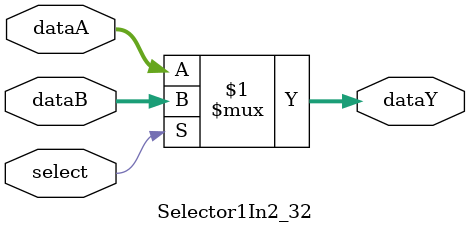
<source format=v>
`timescale 1ns / 1ps

module Selector1In2_5#(
    parameter WIDTH = 5
)(
    input select,
    input [WIDTH-1:0] dataA,
    input [WIDTH-1:0] dataB,
    output [WIDTH-1:0] dataY);

    assign dataY = select ? dataB : dataA;
endmodule

module Selector1In2_32#(
    parameter WIDTH = 32
)(
    input select,
    input [WIDTH-1:0] dataA,
    input [WIDTH-1:0] dataB,
    output [WIDTH-1:0] dataY);

    assign dataY = select ? dataB : dataA;
endmodule
</source>
